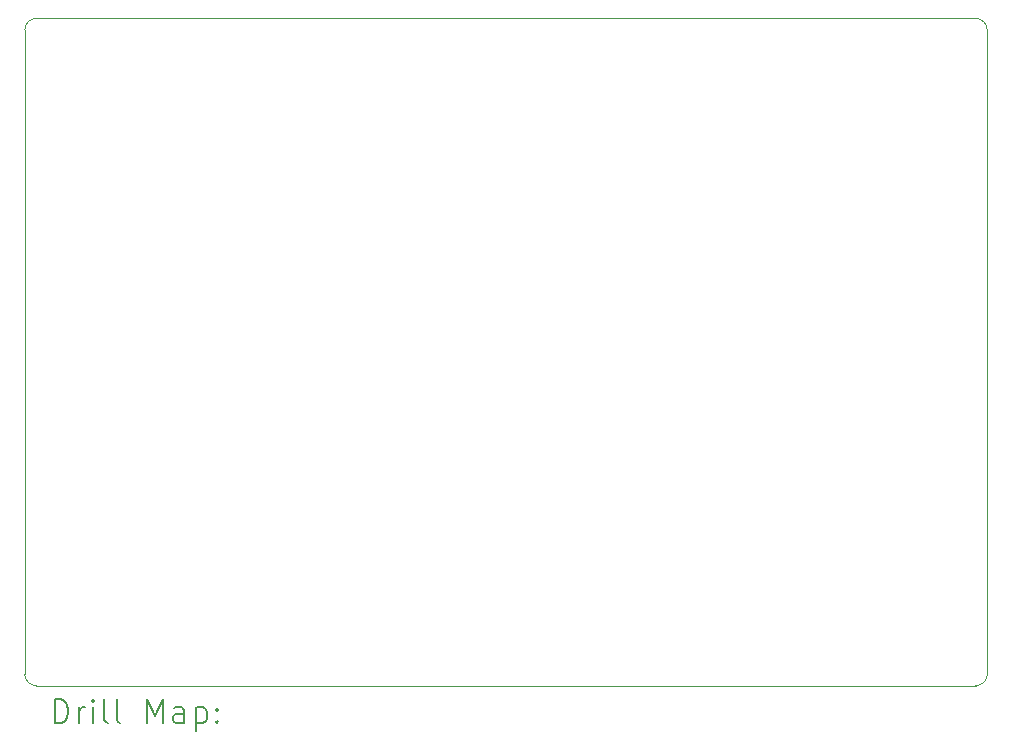
<source format=gbr>
%TF.GenerationSoftware,KiCad,Pcbnew,7.0.9*%
%TF.CreationDate,2024-10-07T21:11:49-04:00*%
%TF.ProjectId,T12 soldering station,54313220-736f-46c6-9465-72696e672073,rev?*%
%TF.SameCoordinates,Original*%
%TF.FileFunction,Drillmap*%
%TF.FilePolarity,Positive*%
%FSLAX45Y45*%
G04 Gerber Fmt 4.5, Leading zero omitted, Abs format (unit mm)*
G04 Created by KiCad (PCBNEW 7.0.9) date 2024-10-07 21:11:49*
%MOMM*%
%LPD*%
G01*
G04 APERTURE LIST*
%ADD10C,0.100000*%
%ADD11C,0.200000*%
G04 APERTURE END LIST*
D10*
X9816298Y-9924388D02*
G75*
G03*
X9717108Y-10023580I2J-99192D01*
G01*
X17866379Y-10031178D02*
X17867652Y-15475402D01*
X17767480Y-9924390D02*
X9816480Y-9924390D01*
X17768462Y-15574592D02*
G75*
G03*
X17867652Y-15475402I-2J99192D01*
G01*
X9717108Y-10023580D02*
X9717108Y-15475402D01*
X17768462Y-15574592D02*
X9816298Y-15574592D01*
X9717108Y-15475402D02*
G75*
G03*
X9816298Y-15574592I99192J2D01*
G01*
X17866379Y-10031178D02*
G75*
G03*
X17767480Y-9924390I-98899J7598D01*
G01*
D11*
X9972885Y-15891076D02*
X9972885Y-15691076D01*
X9972885Y-15691076D02*
X10020504Y-15691076D01*
X10020504Y-15691076D02*
X10049075Y-15700600D01*
X10049075Y-15700600D02*
X10068123Y-15719647D01*
X10068123Y-15719647D02*
X10077647Y-15738695D01*
X10077647Y-15738695D02*
X10087170Y-15776790D01*
X10087170Y-15776790D02*
X10087170Y-15805362D01*
X10087170Y-15805362D02*
X10077647Y-15843457D01*
X10077647Y-15843457D02*
X10068123Y-15862504D01*
X10068123Y-15862504D02*
X10049075Y-15881552D01*
X10049075Y-15881552D02*
X10020504Y-15891076D01*
X10020504Y-15891076D02*
X9972885Y-15891076D01*
X10172885Y-15891076D02*
X10172885Y-15757743D01*
X10172885Y-15795838D02*
X10182409Y-15776790D01*
X10182409Y-15776790D02*
X10191932Y-15767266D01*
X10191932Y-15767266D02*
X10210980Y-15757743D01*
X10210980Y-15757743D02*
X10230028Y-15757743D01*
X10296694Y-15891076D02*
X10296694Y-15757743D01*
X10296694Y-15691076D02*
X10287170Y-15700600D01*
X10287170Y-15700600D02*
X10296694Y-15710124D01*
X10296694Y-15710124D02*
X10306218Y-15700600D01*
X10306218Y-15700600D02*
X10296694Y-15691076D01*
X10296694Y-15691076D02*
X10296694Y-15710124D01*
X10420504Y-15891076D02*
X10401456Y-15881552D01*
X10401456Y-15881552D02*
X10391932Y-15862504D01*
X10391932Y-15862504D02*
X10391932Y-15691076D01*
X10525266Y-15891076D02*
X10506218Y-15881552D01*
X10506218Y-15881552D02*
X10496694Y-15862504D01*
X10496694Y-15862504D02*
X10496694Y-15691076D01*
X10753837Y-15891076D02*
X10753837Y-15691076D01*
X10753837Y-15691076D02*
X10820504Y-15833933D01*
X10820504Y-15833933D02*
X10887170Y-15691076D01*
X10887170Y-15691076D02*
X10887170Y-15891076D01*
X11068123Y-15891076D02*
X11068123Y-15786314D01*
X11068123Y-15786314D02*
X11058599Y-15767266D01*
X11058599Y-15767266D02*
X11039551Y-15757743D01*
X11039551Y-15757743D02*
X11001456Y-15757743D01*
X11001456Y-15757743D02*
X10982409Y-15767266D01*
X11068123Y-15881552D02*
X11049075Y-15891076D01*
X11049075Y-15891076D02*
X11001456Y-15891076D01*
X11001456Y-15891076D02*
X10982409Y-15881552D01*
X10982409Y-15881552D02*
X10972885Y-15862504D01*
X10972885Y-15862504D02*
X10972885Y-15843457D01*
X10972885Y-15843457D02*
X10982409Y-15824409D01*
X10982409Y-15824409D02*
X11001456Y-15814885D01*
X11001456Y-15814885D02*
X11049075Y-15814885D01*
X11049075Y-15814885D02*
X11068123Y-15805362D01*
X11163361Y-15757743D02*
X11163361Y-15957743D01*
X11163361Y-15767266D02*
X11182409Y-15757743D01*
X11182409Y-15757743D02*
X11220504Y-15757743D01*
X11220504Y-15757743D02*
X11239551Y-15767266D01*
X11239551Y-15767266D02*
X11249075Y-15776790D01*
X11249075Y-15776790D02*
X11258599Y-15795838D01*
X11258599Y-15795838D02*
X11258599Y-15852981D01*
X11258599Y-15852981D02*
X11249075Y-15872028D01*
X11249075Y-15872028D02*
X11239551Y-15881552D01*
X11239551Y-15881552D02*
X11220504Y-15891076D01*
X11220504Y-15891076D02*
X11182409Y-15891076D01*
X11182409Y-15891076D02*
X11163361Y-15881552D01*
X11344313Y-15872028D02*
X11353837Y-15881552D01*
X11353837Y-15881552D02*
X11344313Y-15891076D01*
X11344313Y-15891076D02*
X11334789Y-15881552D01*
X11334789Y-15881552D02*
X11344313Y-15872028D01*
X11344313Y-15872028D02*
X11344313Y-15891076D01*
X11344313Y-15767266D02*
X11353837Y-15776790D01*
X11353837Y-15776790D02*
X11344313Y-15786314D01*
X11344313Y-15786314D02*
X11334789Y-15776790D01*
X11334789Y-15776790D02*
X11344313Y-15767266D01*
X11344313Y-15767266D02*
X11344313Y-15786314D01*
M02*

</source>
